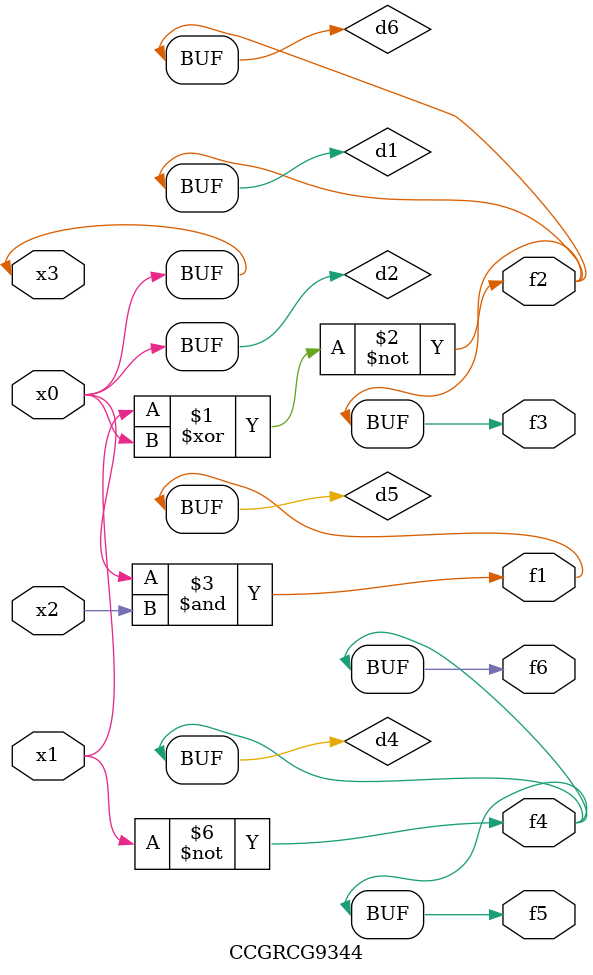
<source format=v>
module CCGRCG9344(
	input x0, x1, x2, x3,
	output f1, f2, f3, f4, f5, f6
);

	wire d1, d2, d3, d4, d5, d6;

	xnor (d1, x1, x3);
	buf (d2, x0, x3);
	nand (d3, x0, x2);
	not (d4, x1);
	nand (d5, d3);
	or (d6, d1);
	assign f1 = d5;
	assign f2 = d6;
	assign f3 = d6;
	assign f4 = d4;
	assign f5 = d4;
	assign f6 = d4;
endmodule

</source>
